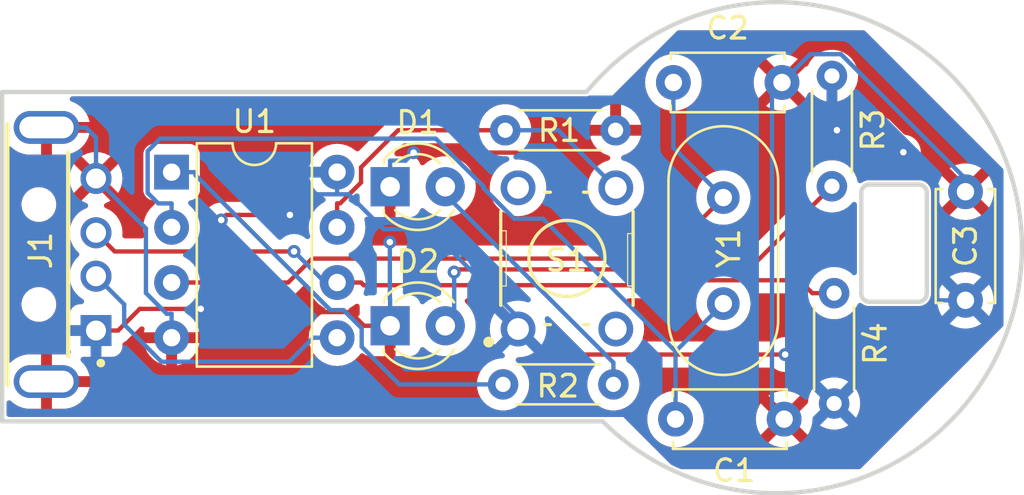
<source format=kicad_pcb>
(kicad_pcb (version 20240108) (generator "pcbnew") (generator_version "8.0")
  (layers (0 "F.Cu" signal) (31 "B.Cu" signal) (34 "B.Paste" user) (35 "F.Paste" user) (36 "B.SilkS" user "B.Silkscreen") (37 "F.SilkS" user "F.Silkscreen") (38 "B.Mask" user) (39 "F.Mask" user) (44 "Edge.Cuts" user))
  (net 0 "")
  (net 1 "GND")
  (net 2 "Net-(U1-XTAL1{slash}PB3)")
  (net 3 "Net-(U1-XTAL2{slash}PB4)")
  (net 4 "Net-(D1-A)")
  (net 5 "Net-(D2-A)")
  (net 6 "/Data-")
  (net 7 "+5V")
  (net 8 "/Data+")
  (net 9 "Net-(U1-PB2)")
  (net 10 "Net-(U1-~{RESET}{slash}PB5)")
  (footprint "Capacitor_THT:C_Disc_D5.0mm_W2.5mm_P5.00mm" (layer "F.Cu") (at 118 100.1)
    (property "Reference" "C1" (at 2.7 2.37 0) (layer "F.SilkS"))
    (property "Value" "22pF" (hide yes))
    (fp_line (start -0.12 -1.37) (end -0.12 -1.055) (stroke (width 0.12)) (layer "F.SilkS"))
    (fp_line (start -0.12 -1.37) (end 5.12 -1.37) (stroke (width 0.12)) (layer "F.SilkS"))
    (fp_line (start -0.12 1.055) (end -0.12 1.37) (stroke (width 0.12)) (layer "F.SilkS"))
    (fp_line (start -0.12 1.37) (end 5.12 1.37) (stroke (width 0.12)) (layer "F.SilkS"))
    (fp_line (start 5.12 -1.37) (end 5.12 -1.055) (stroke (width 0.12)) (layer "F.SilkS"))
    (fp_line (start 5.12 1.055) (end 5.12 1.37) (stroke (width 0.12)) (layer "F.SilkS"))
    (pad "1" thru_hole circle (at 0 0) (size 1.6 1.6) (drill 0.8) (layers "*.Cu" "*.Mask") (net 2 "Net-(U1-XTAL1{slash}PB3)"))
    (pad "2" thru_hole circle (at 5 0) (size 1.6 1.6) (drill 0.8) (layers "*.Cu" "*.Mask") (net 1 "GND"))
  )
  (footprint "Resistor_THT:R_Axial_DIN0204_L3.6mm_D1.6mm_P5.08mm_Horizontal" (layer "F.Cu") (at 125.3 99.38 90)
    (property "Reference" "R4" (at 2.76 1.9 90) (layer "F.SilkS"))
    (property "Value" "1k5" (hide yes))
    (fp_line (start 0.62 -0.92) (end 4.46 -0.92) (stroke (width 0.12)) (layer "F.SilkS"))
    (fp_line (start 0.62 0.92) (end 4.46 0.92) (stroke (width 0.12)) (layer "F.SilkS"))
    (pad "1" thru_hole circle (at 0 0 90) (size 1.4 1.4) (drill 0.7) (layers "*.Cu" "*.Mask") (net 7 "+5V"))
    (pad "2" thru_hole oval (at 5.08 0 90) (size 1.4 1.4) (drill 0.7) (layers "*.Cu" "*.Mask") (net 8 "/Data+"))
  )
  (footprint "Capacitor_THT:C_Disc_D5.0mm_W2.5mm_P5.00mm" (layer "F.Cu") (at 131.3475 94.63 90)
    (property "Reference" "C3" (at 2.5 0 90) (layer "F.SilkS"))
    (property "Value" "0.1uF" (hide yes))
    (fp_line (start 5.12 -1.37) (end 5.12 -1.055) (stroke (width 0.12)) (layer "F.SilkS"))
    (fp_line (start -0.12 -1.37) (end 5.12 -1.37) (stroke (width 0.12)) (layer "F.SilkS"))
    (fp_line (start -0.12 -1.37) (end -0.12 -1.055) (stroke (width 0.12)) (layer "F.SilkS"))
    (fp_line (start 5.12 1.055) (end 5.12 1.37) (stroke (width 0.12)) (layer "F.SilkS"))
    (fp_line (start -0.12 1.055) (end -0.12 1.37) (stroke (width 0.12)) (layer "F.SilkS"))
    (fp_line (start -0.12 1.37) (end 5.12 1.37) (stroke (width 0.12)) (layer "F.SilkS"))
    (pad "1" thru_hole circle (at 0 0 90) (size 1.6 1.6) (drill 0.8) (layers "*.Cu" "*.Mask") (net 7 "+5V"))
    (pad "2" thru_hole circle (at 5 0 90) (size 1.6 1.6) (drill 0.8) (layers "*.Cu" "*.Mask") (net 1 "GND"))
  )
  (footprint "Resistor_THT:R_Axial_DIN0204_L3.6mm_D1.6mm_P5.08mm_Horizontal" (layer "F.Cu") (at 110.16 86.8)
    (property "Reference" "R1" (at 2.48 0.01 0) (layer "F.SilkS"))
    (property "Value" "10k")
    (fp_line (start 0.62 -0.92) (end 4.46 -0.92) (stroke (width 0.12)) (layer "F.SilkS"))
    (fp_line (start 0.62 0.92) (end 4.46 0.92) (stroke (width 0.12)) (layer "F.SilkS"))
    (pad "1" thru_hole circle (at 0 0) (size 1.4 1.4) (drill 0.7) (layers "*.Cu" "*.Mask") (net 9 "Net-(U1-PB2)"))
    (pad "2" thru_hole oval (at 5.08 0) (size 1.4 1.4) (drill 0.7) (layers "*.Cu" "*.Mask") (net 1 "GND"))
  )
  (footprint "Crystal:Crystal_HC49-4H_Vertical" (layer "F.Cu") (at 120.2 89.9 -90)
    (property "Reference" "Y1" (at 2.33767 -0.25118 90) (layer "F.SilkS"))
    (property "Value" "12MHz" (hide yes))
    (fp_line (start -0.76 2.525) (end 5.64 2.525) (stroke (width 0.12)) (layer "F.SilkS"))
    (fp_line (start -0.76 -2.525) (end 5.64 -2.525) (stroke (width 0.12)) (layer "F.SilkS"))
    (fp_arc (start -0.76 2.525) (mid -3.285 0) (end -0.76 -2.525) (stroke (width 0.12)) (layer "F.SilkS"))
    (fp_arc (start 5.64 -2.525) (mid 8.165 0) (end 5.64 2.525) (stroke (width 0.12)) (layer "F.SilkS"))
    (pad "1" thru_hole circle (at 0 0 270) (size 1.5 1.5) (drill 0.8) (layers "*.Cu" "*.Mask") (net 3 "Net-(U1-XTAL2{slash}PB4)"))
    (pad "2" thru_hole circle (at 4.88 0 270) (size 1.5 1.5) (drill 0.8) (layers "*.Cu" "*.Mask") (net 2 "Net-(U1-XTAL1{slash}PB3)"))
  )
  (footprint "Resistor_THT:R_Axial_DIN0204_L3.6mm_D1.6mm_P5.08mm_Horizontal" (layer "F.Cu") (at 110.06 98.5)
    (property "Reference" "R2" (at 2.52 0.08 0) (layer "F.SilkS"))
    (property "Value" "330" (hide yes))
    (fp_line (start 0.62 -0.92) (end 4.46 -0.92) (stroke (width 0.12)) (layer "F.SilkS"))
    (fp_line (start 0.62 0.92) (end 4.46 0.92) (stroke (width 0.12)) (layer "F.SilkS"))
    (pad "1" thru_hole circle (at 0 0) (size 1.4 1.4) (drill 0.7) (layers "*.Cu" "*.Mask") (net 10 "Net-(U1-~{RESET}{slash}PB5)"))
    (pad "2" thru_hole oval (at 5.08 0) (size 1.4 1.4) (drill 0.7) (layers "*.Cu" "*.Mask") (net 4 "Net-(D1-A)"))
  )
  (footprint "USB-AM-S-X-X-TH:SAMTEC_USB-AM-S-X-X-TH" (layer "F.Cu") (at 89.04 92.52 -90)
    (property "Reference" "J1" (at -0.18 0.27 90) (layer "F.SilkS"))
    (property "Value" "USB-AM-S-X-X-TH" (hide yes))
    (fp_line (start 6 1.8) (end -6 1.8) (stroke (width 0.2)) (layer "F.SilkS"))
    (fp_line (start -4.7 -1) (end 4.7 -1) (stroke (width 0.2)) (layer "F.SilkS"))
    (fp_circle (center 5 -2.5) (end 5.1 -2.5) (stroke (width 0.2)) (fill none) (layer "F.SilkS"))
    (pad "" np_thru_hole circle (at -2.3 0.35 270) (size 1.1 1.1) (drill 1.1) (layers "*.Cu" "*.Mask"))
    (pad "" np_thru_hole circle (at 2.3 0.35 270) (size 1.1 1.1) (drill 1.1) (layers "*.Cu" "*.Mask"))
    (pad "01" thru_hole rect (at 3.5 -2.28 270) (size 1.428 1.428) (drill 0.92) (layers "*.Cu" "*.Mask") (net 7 "+5V"))
    (pad "02" thru_hole circle (at 1 -2.28 270) (size 1.428 1.428) (drill 0.92) (layers "*.Cu" "*.Mask") (net 6 "/Data-"))
    (pad "03" thru_hole circle (at -1 -2.28 270) (size 1.428 1.428) (drill 0.92) (layers "*.Cu" "*.Mask") (net 8 "/Data+"))
    (pad "04" thru_hole circle (at -3.5 -2.28 270) (size 1.428 1.428) (drill 0.92) (layers "*.Cu" "*.Mask") (net 1 "GND"))
    (pad "S1" thru_hole oval (at -5.85 0 270) (size 1.508 3.016) (drill oval 1 2.5) (layers "*.Cu" "*.Mask") (net 1 "GND"))
    (pad "S2" thru_hole oval (at 5.85 0 270) (size 1.508 3.016) (drill oval 1 2.5) (layers "*.Cu" "*.Mask") (net 1 "GND"))
  )
  (footprint "LED_THT:LED_D3.0mm" (layer "F.Cu") (at 104.86 89.4)
    (property "Reference" "D1" (at 1.27 -2.96 0) (layer "F.SilkS"))
    (property "Value" "LED GREEN" (hide yes))
    (fp_line (start -0.29 -1.236) (end -0.29 -1.08) (stroke (width 0.12)) (layer "F.SilkS"))
    (fp_line (start -0.29 1.08) (end -0.29 1.236) (stroke (width 0.12)) (layer "F.SilkS"))
    (fp_arc (start -0.29 -1.235516) (mid 1.366487 -1.987659) (end 2.942335 -1.078608) (stroke (width 0.12)) (layer "F.SilkS"))
    (fp_arc (start 0.229039 -1.08) (mid 1.270117 -1.5) (end 2.31113 -1.079837) (stroke (width 0.12)) (layer "F.SilkS"))
    (fp_arc (start 2.31113 1.079837) (mid 1.270117 1.5) (end 0.229039 1.08) (stroke (width 0.12)) (layer "F.SilkS"))
    (fp_arc (start 2.942335 1.078608) (mid 1.366487 1.987659) (end -0.29 1.235516) (stroke (width 0.12)) (layer "F.SilkS"))
    (pad "1" thru_hole rect (at 0 0) (size 1.8 1.8) (drill 0.9) (layers "*.Cu" "*.Mask") (net 1 "GND"))
    (pad "2" thru_hole circle (at 2.54 0) (size 1.8 1.8) (drill 0.9) (layers "*.Cu" "*.Mask") (net 4 "Net-(D1-A)"))
  )
  (footprint "Package_DIP:DIP-8_W7.62mm" (layer "F.Cu") (at 94.8 88.73)
    (property "Reference" "U1" (at 3.81 -2.33 0) (layer "F.SilkS"))
    (property "Value" "ATtiny85-20P")
    (fp_line (start 1.16 -1.33) (end 1.16 8.95) (stroke (width 0.12)) (layer "F.SilkS"))
    (fp_line (start 1.16 8.95) (end 6.46 8.95) (stroke (width 0.12)) (layer "F.SilkS"))
    (fp_line (start 2.81 -1.33) (end 1.16 -1.33) (stroke (width 0.12)) (layer "F.SilkS"))
    (fp_line (start 6.46 -1.33) (end 4.81 -1.33) (stroke (width 0.12)) (layer "F.SilkS"))
    (fp_line (start 6.46 8.95) (end 6.46 -1.33) (stroke (width 0.12)) (layer "F.SilkS"))
    (fp_arc (start 4.81 -1.33) (mid 3.81 -0.33) (end 2.81 -1.33) (stroke (width 0.12)) (layer "F.SilkS"))
    (pad "1" thru_hole rect (at 0 0) (size 1.6 1.6) (drill 0.8) (layers "*.Cu" "*.Mask") (net 10 "Net-(U1-~{RESET}{slash}PB5)"))
    (pad "2" thru_hole oval (at 0 2.54) (size 1.6 1.6) (drill 0.8) (layers "*.Cu" "*.Mask") (net 2 "Net-(U1-XTAL1{slash}PB3)"))
    (pad "3" thru_hole oval (at 0 5.08) (size 1.6 1.6) (drill 0.8) (layers "*.Cu" "*.Mask") (net 3 "Net-(U1-XTAL2{slash}PB4)"))
    (pad "4" thru_hole oval (at 0 7.62) (size 1.6 1.6) (drill 0.8) (layers "*.Cu" "*.Mask") (net 1 "GND"))
    (pad "5" thru_hole oval (at 7.62 7.62) (size 1.6 1.6) (drill 0.8) (layers "*.Cu" "*.Mask") (net 6 "/Data-"))
    (pad "6" thru_hole oval (at 7.62 5.08) (size 1.6 1.6) (drill 0.8) (layers "*.Cu" "*.Mask") (net 8 "/Data+"))
    (pad "7" thru_hole oval (at 7.62 2.54) (size 1.6 1.6) (drill 0.8) (layers "*.Cu" "*.Mask") (net 9 "Net-(U1-PB2)"))
    (pad "8" thru_hole oval (at 7.62 0) (size 1.6 1.6) (drill 0.8) (layers "*.Cu" "*.Mask") (net 7 "+5V"))
  )
  (footprint "Capacitor_THT:C_Disc_D5.0mm_W2.5mm_P5.00mm" (layer "F.Cu") (at 117.9 84.6)
    (property "Reference" "C2" (at 2.5 -2.5 0) (layer "F.SilkS"))
    (property "Value" "22pF" (hide yes))
    (fp_line (start -0.12 -1.37) (end -0.12 -1.055) (stroke (width 0.12)) (layer "F.SilkS"))
    (fp_line (start -0.12 -1.37) (end 5.12 -1.37) (stroke (width 0.12)) (layer "F.SilkS"))
    (fp_line (start -0.12 1.055) (end -0.12 1.37) (stroke (width 0.12)) (layer "F.SilkS"))
    (fp_line (start -0.12 1.37) (end 5.12 1.37) (stroke (width 0.12)) (layer "F.SilkS"))
    (fp_line (start 5.12 -1.37) (end 5.12 -1.055) (stroke (width 0.12)) (layer "F.SilkS"))
    (fp_line (start 5.12 1.055) (end 5.12 1.37) (stroke (width 0.12)) (layer "F.SilkS"))
    (pad "1" thru_hole circle (at 0 0) (size 1.6 1.6) (drill 0.8) (layers "*.Cu" "*.Mask") (net 3 "Net-(U1-XTAL2{slash}PB4)"))
    (pad "2" thru_hole circle (at 5 0) (size 1.6 1.6) (drill 0.8) (layers "*.Cu" "*.Mask") (net 1 "GND"))
  )
  (footprint "B3F-1000:SW_B3F-1000" (layer "F.Cu") (at 113 92.7 90)
    (property "Reference" "S1" (at -0.08 -0.02 0) (layer "F.SilkS") (effects (font (size 1.000008 1.000008))))
    (property "Value" "B3F-1000" (hide yes))
    (fp_line (start 2.159 -3.048) (end 1.27 -3.048) (stroke (width 0.1524)) (layer "F.SilkS"))
    (fp_line (start 1.27 -3.048) (end -1.27 -3.048) (stroke (width 0.1524)) (layer "F.SilkS"))
    (fp_line (start -1.27 -3.048) (end -2.159 -3.048) (stroke (width 0.1524)) (layer "F.SilkS"))
    (fp_line (start -1.27 -3.048) (end -1.27 -2.794) (stroke (width 0.0508)) (layer "F.SilkS"))
    (fp_line (start 1.27 -2.794) (end 1.27 -3.048) (stroke (width 0.0508)) (layer "F.SilkS"))
    (fp_line (start 1.27 -2.794) (end -1.27 -2.794) (stroke (width 0.0508)) (layer "F.SilkS"))
    (fp_line (start 3.048 -0.762) (end 3.048 -1.016) (stroke (width 0.1524)) (layer "F.SilkS"))
    (fp_line (start -3.048 -0.762) (end -3.048 -1.016) (stroke (width 0.1524)) (layer "F.SilkS"))
    (fp_line (start 3.048 0.762) (end 3.048 1.016) (stroke (width 0.1524)) (layer "F.SilkS"))
    (fp_line (start -3.048 0.762) (end -3.048 1.016) (stroke (width 0.1524)) (layer "F.SilkS"))
    (fp_line (start 1.143 2.794) (end -1.27 2.794) (stroke (width 0.0508)) (layer "F.SilkS"))
    (fp_line (start 1.143 2.794) (end 1.143 3.048) (stroke (width 0.0508)) (layer "F.SilkS"))
    (fp_line (start -1.27 2.794) (end -1.27 3.048) (stroke (width 0.0508)) (layer "F.SilkS"))
    (fp_line (start 1.143 3.048) (end 2.159 3.048) (stroke (width 0.1524)) (layer "F.SilkS"))
    (fp_line (start -1.27 3.048) (end 1.143 3.048) (stroke (width 0.1524)) (layer "F.SilkS"))
    (fp_line (start -2.159 3.048) (end -1.27 3.048) (stroke (width 0.1524)) (layer "F.SilkS"))
    (fp_circle (center -3.85 -3.6) (end -3.6 -3.6) (fill solid) (layer "F.SilkS"))
    (fp_circle (center 0 0) (end 1.75 0) (stroke (width 0.1524)) (fill none) (layer "F.SilkS"))
    (pad "1" thru_hole circle (at -3.25 -2.25 90) (size 1.6 1.6) (drill 1) (layers "*.Cu" "*.Mask") (net 7 "+5V"))
    (pad "2" thru_hole circle (at 3.25 -2.25 90) (size 1.6 1.6) (drill 1) (layers "*.Cu" "*.Mask"))
    (pad "3" thru_hole circle (at -3.25 2.25 90) (size 1.6 1.6) (drill 1) (layers "*.Cu" "*.Mask"))
    (pad "4" thru_hole circle (at 3.25 2.25 90) (size 1.6 1.6) (drill 1) (layers "*.Cu" "*.Mask") (net 9 "Net-(U1-PB2)"))
  )
  (footprint "Resistor_THT:R_Axial_DIN0204_L3.6mm_D1.6mm_P5.08mm_Horizontal" (layer "F.Cu") (at 125.2 89.38 90)
    (property "Reference" "R3" (at 2.59 1.89 90) (layer "F.SilkS"))
    (property "Value" "10k" (hide yes))
    (fp_line (start 0.62 -0.92) (end 4.46 -0.92) (stroke (width 0.12)) (layer "F.SilkS"))
    (fp_line (start 0.62 0.92) (end 4.46 0.92) (stroke (width 0.12)) (layer "F.SilkS"))
    (pad "1" thru_hole circle (at 0 0 90) (size 1.4 1.4) (drill 0.7) (layers "*.Cu" "*.Mask") (net 5 "Net-(D2-A)"))
    (pad "2" thru_hole oval (at 5.08 0 90) (size 1.4 1.4) (drill 0.7) (layers "*.Cu" "*.Mask") (net 7 "+5V"))
  )
  (footprint "LED_THT:LED_D3.0mm" (layer "F.Cu") (at 104.86 95.8)
    (property "Reference" "D2" (at 1.27 -2.96 0) (layer "F.SilkS"))
    (property "Value" "LED RED" (hide yes))
    (fp_line (start -0.29 -1.236) (end -0.29 -1.08) (stroke (width 0.12)) (layer "F.SilkS"))
    (fp_line (start -0.29 1.08) (end -0.29 1.236) (stroke (width 0.12)) (layer "F.SilkS"))
    (fp_arc (start -0.29 -1.235516) (mid 1.366487 -1.987659) (end 2.942335 -1.078608) (stroke (width 0.12)) (layer "F.SilkS"))
    (fp_arc (start 0.229039 -1.08) (mid 1.270117 -1.5) (end 2.31113 -1.079837) (stroke (width 0.12)) (layer "F.SilkS"))
    (fp_arc (start 2.31113 1.079837) (mid 1.270117 1.5) (end 0.229039 1.08) (stroke (width 0.12)) (layer "F.SilkS"))
    (fp_arc (start 2.942335 1.078608) (mid 1.366487 1.987659) (end -0.29 1.235516) (stroke (width 0.12)) (layer "F.SilkS"))
    (pad "1" thru_hole rect (at 0 0) (size 1.8 1.8) (drill 0.9) (layers "*.Cu" "*.Mask") (net 1 "GND"))
    (pad "2" thru_hole circle (at 2.54 0) (size 1.8 1.8) (drill 0.9) (layers "*.Cu" "*.Mask") (net 5 "Net-(D2-A)"))
  )
  (gr_arc (start 113.9 85.04) (mid 133.931595 91.650674) (end 114.647942 100.200908) (stroke (width 0.2)) (layer "Edge.Cuts"))
  (gr_arc (start 129.559422 94.346878) (mid 129.445378 94.594041) (end 129.192545 94.694846) (stroke (width 0.2)) (layer "Edge.Cuts"))
  (gr_arc (start 126.918844 94.694334) (mid 126.659416 94.586884) (end 126.551966 94.327456) (stroke (width 0.2)) (layer "Edge.Cuts"))
  (gr_line (start 87 85.04) (end 87 100.2) (stroke (width 0.2)) (layer "Edge.Cuts"))
  (gr_line (start 114.647942 100.200908) (end 87 100.200908) (stroke (width 0.2)) (layer "Edge.Cuts"))
  (gr_arc (start 126.55165 89.6663) (mid 126.659304 89.406536) (end 126.91916 89.299106) (stroke (width 0.2)) (layer "Edge.Cuts"))
  (gr_line (start 87 85.04) (end 113.9 85.04) (stroke (width 0.2)) (layer "Edge.Cuts"))
  (gr_arc (start 129.2 89.3) (mid 129.459436 89.407448) (end 129.566878 89.666878) (stroke (width 0.2)) (layer "Edge.Cuts"))
  (gr_line (start 126.919422 94.694334) (end 129.189422 94.694334) (stroke (width 0.2)) (layer "Edge.Cuts"))
  (gr_line (start 129.209422 89.3) (end 126.909422 89.3) (stroke (width 0.2)) (layer "Edge.Cuts"))
  (gr_line (start 129.566878 94.346878) (end 129.566878 89.666878) (stroke (width 0.2)) (layer "Edge.Cuts"))
  (gr_line (start 126.551966 89.656878) (end 126.551966 94.327456) (stroke (width 0.2)) (layer "Edge.Cuts"))
  (segment (start 122.9 84.6) (end 120.7 86.8) (width 0.2) (layer "F.Cu") (net 1))
  (segment (start 115.24 86.8) (end 114.2383 86.8) (width 0.2) (layer "F.Cu") (net 1))
  (segment (start 103.0283 95.17) (end 97.0817 95.17) (width 0.2) (layer "F.Cu") (net 1))
  (segment (start 94.8 96.35) (end 93.6983 96.35) (width 0.2) (layer "F.Cu") (net 1))
  (segment (start 89.04 98.37) (end 91.6783 98.37) (width 0.2) (layer "F.Cu") (net 1))
  (segment (start 103.6583 95.8) (end 103.0283 95.17) (width 0.2) (layer "F.Cu") (net 1))
  (segment (start 120.7 86.8) (end 115.24 86.8) (width 0.2) (layer "F.Cu") (net 1))
  (segment (start 114.2383 86.8) (end 113.2086 87.8297) (width 0.2) (layer "F.Cu") (net 1))
  (segment (start 104.86 90.6017) (end 104.848 90.6137) (width 0.2) (layer "F.Cu") (net 1))
  (segment (start 97.0817 95.17) (end 95.9017 96.35) (width 0.2) (layer "F.Cu") (net 1))
  (segment (start 104.848 90.6137) (end 104.848 91.9516) (width 0.2) (layer "F.Cu") (net 1))
  (segment (start 94.8 96.35) (end 95.9017 96.35) (width 0.2) (layer "F.Cu") (net 1))
  (segment (start 113.2086 87.8297) (end 105.9401 87.8297) (width 0.2) (layer "F.Cu") (net 1))
  (segment (start 104.86 89.4) (end 104.86 90.6017) (width 0.2) (layer "F.Cu") (net 1))
  (segment (start 91.6783 98.37) (end 93.6983 96.35) (width 0.2) (layer "F.Cu") (net 1))
  (segment (start 104.86 95.8) (end 103.6583 95.8) (width 0.2) (layer "F.Cu") (net 1))
  (via (at 104.848 91.9516) (size 0.6) (drill 0.3) (layers "F.Cu" "B.Cu") (net 1))
  (via (at 105.9401 87.8297) (size 0.6) (drill 0.3) (layers "F.Cu" "B.Cu") (net 1))
  (segment (start 104.86 94.5983) (end 104.848 94.5863) (width 0.2) (layer "B.Cu") (net 1))
  (segment (start 122.4394 85.0606) (end 122.4394 99.5394) (width 0.2) (layer "B.Cu") (net 1))
  (segment (start 105.5715 88.1983) (end 105.9401 87.8297) (width 0.2) (layer "B.Cu") (net 1))
  (segment (start 122.9 84.6) (end 122.4394 85.0606) (width 0.2) (layer "B.Cu") (net 1))
  (segment (start 93.6191 94.2957) (end 93.6191 91.3191) (width 0.2) (layer "B.Cu") (net 1))
  (segment (start 91.32 87.1403) (end 90.8497 86.67) (width 0.2) (layer "B.Cu") (net 1))
  (segment (start 89.04 86.67) (end 90.8497 86.67) (width 0.2) (layer "B.Cu") (net 1))
  (segment (start 125.6149 83.2983) (end 124.2017 83.2983) (width 0.2) (layer "B.Cu") (net 1))
  (segment (start 94.8 96.35) (end 94.8 95.2483) (width 0.2) (layer "B.Cu") (net 1))
  (segment (start 94.5717 95.2483) (end 93.6191 94.2957) (width 0.2) (layer "B.Cu") (net 1))
  (segment (start 131.3475 89.0309) (end 125.6149 83.2983) (width 0.2) (layer "B.Cu") (net 1))
  (segment (start 104.86 95.8) (end 104.86 94.5983) (width 0.2) (layer "B.Cu") (net 1))
  (segment (start 104.848 94.5863) (end 104.848 91.9516) (width 0.2) (layer "B.Cu") (net 1))
  (segment (start 93.6191 91.3191) (end 91.32 89.02) (width 0.2) (layer "B.Cu") (net 1))
  (segment (start 104.86 89.4) (end 104.86 88.1983) (width 0.2) (layer "B.Cu") (net 1))
  (segment (start 94.8 95.2483) (end 94.5717 95.2483) (width 0.2) (layer "B.Cu") (net 1))
  (segment (start 91.32 89.02) (end 91.32 87.1403) (width 0.2) (layer "B.Cu") (net 1))
  (segment (start 124.2017 83.2983) (end 122.9 84.6) (width 0.2) (layer "B.Cu") (net 1))
  (segment (start 131.3475 89.63) (end 131.3475 89.0309) (width 0.2) (layer "B.Cu") (net 1))
  (segment (start 122.4394 99.5394) (end 123 100.1) (width 0.2) (layer "B.Cu") (net 1))
  (segment (start 104.86 88.1983) (end 105.5715 88.1983) (width 0.2) (layer "B.Cu") (net 1))
  (segment (start 94.1821 90.1683) (end 94.8 90.1683) (width 0.2) (layer "B.Cu") (net 2))
  (segment (start 94.8 91.27) (end 94.8 90.1683) (width 0.2) (layer "B.Cu") (net 2))
  (segment (start 118 100.1) (end 118 96.98) (width 0.2) (layer "B.Cu") (net 2))
  (segment (start 93.6983 89.6845) (end 94.1821 90.1683) (width 0.2) (layer "B.Cu") (net 2))
  (segment (start 94.2737 87.1855) (end 93.6983 87.7609) (width 0.2) (layer "B.Cu") (net 2))
  (segment (start 109.1598 89.4624) (end 109.1598 89.3826) (width 0.2) (layer "B.Cu") (net 2))
  (segment (start 118 96.98) (end 120.2 94.78) (width 0.2) (layer "B.Cu") (net 2))
  (segment (start 93.6983 87.7609) (end 93.6983 89.6845) (width 0.2) (layer "B.Cu") (net 2))
  (segment (start 111.8941 90.8741) (end 110.5715 90.8741) (width 0.2) (layer "B.Cu") (net 2))
  (segment (start 109.1598 89.3826) (end 106.9627 87.1855) (width 0.2) (layer "B.Cu") (net 2))
  (segment (start 106.9627 87.1855) (end 94.2737 87.1855) (width 0.2) (layer "B.Cu") (net 2))
  (segment (start 118 96.98) (end 111.8941 90.8741) (width 0.2) (layer "B.Cu") (net 2))
  (segment (start 110.5715 90.8741) (end 109.1598 89.4624) (width 0.2) (layer "B.Cu") (net 2))
  (segment (start 101.2672 92.7083) (end 100.1655 93.81) (width 0.2) (layer "F.Cu") (net 3))
  (segment (start 100.1655 93.81) (end 95.9017 93.81) (width 0.2) (layer "F.Cu") (net 3))
  (segment (start 117.3917 92.7083) (end 101.2672 92.7083) (width 0.2) (layer "F.Cu") (net 3))
  (segment (start 120.2 89.9) (end 117.3917 92.7083) (width 0.2) (layer "F.Cu") (net 3))
  (segment (start 94.8 93.81) (end 95.9017 93.81) (width 0.2) (layer "F.Cu") (net 3))
  (segment (start 120.2 89.9) (end 117.9 87.6) (width 0.2) (layer "B.Cu") (net 3))
  (segment (start 117.9 87.6) (end 117.9 84.6) (width 0.2) (layer "B.Cu") (net 3))
  (segment (start 115.14 98.5) (end 115.14 97.4983) (width 0.2) (layer "B.Cu") (net 4))
  (segment (start 107.4 89.4) (end 107.4 89.7583) (width 0.2) (layer "B.Cu") (net 4))
  (segment (start 107.4 89.7583) (end 115.14 97.4983) (width 0.2) (layer "B.Cu") (net 4))
  (segment (start 107.8096 93.3326) (end 107.9356 93.2066) (width 0.2) (layer "F.Cu") (net 5))
  (segment (start 107.9356 93.2066) (end 121.3734 93.2066) (width 0.2) (layer "F.Cu") (net 5))
  (segment (start 121.3734 93.2066) (end 125.2 89.38) (width 0.2) (layer "F.Cu") (net 5))
  (via (at 107.8096 93.3326) (size 0.6) (drill 0.3) (layers "F.Cu" "B.Cu") (net 5))
  (segment (start 107.8096 95.3904) (end 107.8096 93.3326) (width 0.2) (layer "B.Cu") (net 5))
  (segment (start 107.4 95.8) (end 107.8096 95.3904) (width 0.2) (layer "B.Cu") (net 5))
  (segment (start 92.6173 94.8173) (end 91.32 93.52) (width 0.2) (layer "B.Cu") (net 6))
  (segment (start 92.6173 95.7449) (end 92.6173 94.8173) (width 0.2) (layer "B.Cu") (net 6))
  (segment (start 94.3284 97.456) (end 92.6173 95.7449) (width 0.2) (layer "B.Cu") (net 6))
  (segment (start 101.3183 96.35) (end 100.2123 97.456) (width 0.2) (layer "B.Cu") (net 6))
  (segment (start 102.42 96.35) (end 101.3183 96.35) (width 0.2) (layer "B.Cu") (net 6))
  (segment (start 100.2123 97.456) (end 94.3284 97.456) (width 0.2) (layer "B.Cu") (net 6))
  (segment (start 100.2475 90.6994) (end 97.3184 90.6994) (width 0.2) (layer "F.Cu") (net 7))
  (segment (start 93.3316 95.0241) (end 92.3357 96.02) (width 0.2) (layer "F.Cu") (net 7))
  (segment (start 91.32 96.02) (end 92.3357 96.02) (width 0.2) (layer "F.Cu") (net 7))
  (segment (start 128.4879 87.81) (end 127.4752 86.7973) (width 0.2) (layer "F.Cu") (net 7))
  (segment (start 111.9258 97.1258) (end 123.0458 97.1258) (width 0.2) (layer "F.Cu") (net 7))
  (segment (start 97.3184 90.6994) (end 97.0845 90.9333) (width 0.2) (layer "F.Cu") (net 7))
  (segment (start 110.75 95.95) (end 111.9258 97.1258) (width 0.2) (layer "F.Cu") (net 7))
  (segment (start 96.1413 95.0241) (end 93.3316 95.0241) (width 0.2) (layer "F.Cu") (net 7))
  (segment (start 127.4752 86.7973) (end 125.4289 86.7973) (width 0.2) (layer "F.Cu") (net 7))
  (via (at 123.0458 97.1258) (size 0.6) (drill 0.3) (layers "F.Cu" "B.Cu") (net 7))
  (via (at 96.1413 95.0241) (size 0.6) (drill 0.3) (layers "F.Cu" "B.Cu") (net 7))
  (via (at 97.0845 90.9333) (size 0.6) (drill 0.3) (layers "F.Cu" "B.Cu") (net 7))
  (via (at 125.4289 86.7973) (size 0.6) (drill 0.3) (layers "F.Cu" "B.Cu") (net 7))
  (via (at 128.4879 87.81) (size 0.6) (drill 0.3) (layers "F.Cu" "B.Cu") (net 7))
  (via (at 100.2475 90.6994) (size 0.6) (drill 0.3) (layers "F.Cu" "B.Cu") (net 7))
  (segment (start 102.42 88.73) (end 102.42 89.7489) (width 0.2) (layer "B.Cu") (net 7))
  (segment (start 102.42 89.7489) (end 101.198 89.7489) (width 0.2) (layer "B.Cu") (net 7))
  (segment (start 102.9538 89.7489) (end 102.42 89.7489) (width 0.2) (layer "B.Cu") (net 7))
  (segment (start 130.05 94.63) (end 130.05 89.3721) (width 0.2) (layer "B.Cu") (net 7))
  (segment (start 125.2 86.5684) (end 125.2 84.3) (width 0.2) (layer "B.Cu") (net 7))
  (segment (start 104.5548 91.3499) (end 102.9538 89.7489) (width 0.2) (layer "B.Cu") (net 7))
  (segment (start 130.05 94.63) (end 131.3475 94.63) (width 0.2) (layer "B.Cu") (net 7))
  (segment (start 125.3 99.38) (end 123.0458 97.1258) (width 0.2) (layer "B.Cu") (net 7))
  (segment (start 110.75 95.95) (end 110.75 95.4221) (width 0.2) (layer "B.Cu") (net 7))
  (segment (start 97.0845 94.0809) (end 97.0845 90.9333) (width 0.2) (layer "B.Cu") (net 7))
  (segment (start 96.1413 95.0241) (end 97.0845 94.0809) (width 0.2) (layer "B.Cu") (net 7))
  (segment (start 110.75 95.4221) (end 106.6778 91.3499) (width 0.2) (layer "B.Cu") (net 7))
  (segment (start 101.198 89.7489) (end 100.2475 90.6994) (width 0.2) (layer "B.Cu") (net 7))
  (segment (start 106.6778 91.3499) (end 104.5548 91.3499) (width 0.2) (layer "B.Cu") (net 7))
  (segment (start 125.3 99.38) (end 130.05 94.63) (width 0.2) (layer "B.Cu") (net 7))
  (segment (start 125.4289 86.7973) (end 125.2 86.5684) (width 0.2) (layer "B.Cu") (net 7))
  (segment (start 130.05 89.3721) (end 128.4879 87.81) (width 0.2) (layer "B.Cu") (net 7))
  (segment (start 102.42 93.81) (end 103.5217 93.81) (width 0.2) (layer "F.Cu") (net 8))
  (segment (start 125.3 94.3) (end 124.2983 94.3) (width 0.2) (layer "F.Cu") (net 8))
  (segment (start 100.4376 92.3802) (end 92.1802 92.3802) (width 0.2) (layer "F.Cu") (net 8))
  (segment (start 117.1078 93.7064) (end 123.7047 93.7064) (width 0.2) (layer "F.Cu") (net 8))
  (segment (start 92.1802 92.3802) (end 91.32 91.52) (width 0.2) (layer "F.Cu") (net 8))
  (segment (start 103.646 93.9343) (end 116.8799 93.9343) (width 0.2) (layer "F.Cu") (net 8))
  (segment (start 103.5217 93.81) (end 103.646 93.9343) (width 0.2) (layer "F.Cu") (net 8))
  (segment (start 116.8799 93.9343) (end 117.1078 93.7064) (width 0.2) (layer "F.Cu") (net 8))
  (segment (start 123.7047 93.7064) (end 124.2983 94.3) (width 0.2) (layer "F.Cu") (net 8))
  (via (at 100.4376 92.3802) (size 0.6) (drill 0.3) (layers "F.Cu" "B.Cu") (net 8))
  (segment (start 101.8674 93.81) (end 100.4376 92.3802) (width 0.2) (layer "B.Cu") (net 8))
  (segment (start 102.42 93.81) (end 101.8674 93.81) (width 0.2) (layer "B.Cu") (net 8))
  (segment (start 110.16 86.8) (end 105.2273 86.8) (width 0.2) (layer "F.Cu") (net 9))
  (segment (start 105.2273 86.8) (end 103.5217 88.5056) (width 0.2) (layer "F.Cu") (net 9))
  (segment (start 102.5578 90.1683) (end 102.42 90.1683) (width 0.2) (layer "F.Cu") (net 9))
  (segment (start 102.42 91.27) (end 102.42 90.1683) (width 0.2) (layer "F.Cu") (net 9))
  (segment (start 103.5217 89.2044) (end 102.5578 90.1683) (width 0.2) (layer "F.Cu") (net 9))
  (segment (start 103.5217 88.5056) (end 103.5217 89.2044) (width 0.2) (layer "F.Cu") (net 9))
  (segment (start 115.25 89.45) (end 112.6 86.8) (width 0.2) (layer "B.Cu") (net 9))
  (segment (start 112.6 86.8) (end 110.16 86.8) (width 0.2) (layer "B.Cu") (net 9))
  (segment (start 95.9017 88.73) (end 95.9017 88.8677) (width 0.2) (layer "B.Cu") (net 10))
  (segment (start 105.2849 98.5) (end 110.06 98.5) (width 0.2) (layer "B.Cu") (net 10))
  (segment (start 94.8 88.73) (end 95.9017 88.73) (width 0.2) (layer "B.Cu") (net 10))
  (segment (start 95.9017 88.8677) (end 102.114 95.08) (width 0.2) (layer "B.Cu") (net 10))
  (segment (start 103.5514 96.7665) (end 105.2849 98.5) (width 0.2) (layer "B.Cu") (net 10))
  (segment (start 102.716 95.08) (end 103.5514 95.9154) (width 0.2) (layer "B.Cu") (net 10))
  (segment (start 103.5514 95.9154) (end 103.5514 96.7665) (width 0.2) (layer "B.Cu") (net 10))
  (segment (start 102.114 95.08) (end 102.716 95.08) (width 0.2) (layer "B.Cu") (net 10))
  (zone (net 1) (net_name "GND") (layer "F.Cu") (connect_pads (clearance 0.5)) (min_thickness 0.25) (fill yes (thermal_gap 0.5) (thermal_bridge_width 0.5))
    (polygon (pts (xy 115.1 85.2) (xy 118.1 82.2) (xy 126.7 82.2) (xy 133.1 88.6) (xy 133.1 95.8) (xy 126.5 102.4) (xy 118 102.4) (xy 115.6 100) (xy 87.2 100) (xy 87.2 85.2)))
  )
  (zone (net 7) (net_name "+5V") (layer "B.Cu") (connect_pads (clearance 0.5)) (min_thickness 0.25) (fill yes (thermal_gap 0.5) (thermal_bridge_width 0.5))
    (polygon (pts (xy 115.1 85.2) (xy 118.1 82.2) (xy 126.7 82.2) (xy 133.1 88.6) (xy 133.1 95.8) (xy 126.5 102.4) (xy 118 102.4) (xy 115.6 100) (xy 87.2 100) (xy 87.2 85.2)))
  )
)
</source>
